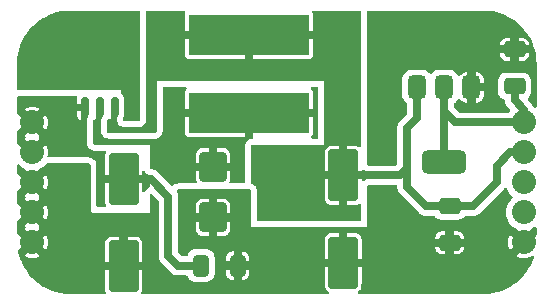
<source format=gtl>
%TF.GenerationSoftware,KiCad,Pcbnew,8.0.5*%
%TF.CreationDate,2024-09-22T23:27:43-04:00*%
%TF.ProjectId,myPowerBoardDesign,6d79506f-7765-4724-926f-617264446573,rev?*%
%TF.SameCoordinates,Original*%
%TF.FileFunction,Copper,L1,Top*%
%TF.FilePolarity,Positive*%
%FSLAX46Y46*%
G04 Gerber Fmt 4.6, Leading zero omitted, Abs format (unit mm)*
G04 Created by KiCad (PCBNEW 8.0.5) date 2024-09-22 23:27:43*
%MOMM*%
%LPD*%
G01*
G04 APERTURE LIST*
G04 Aperture macros list*
%AMRoundRect*
0 Rectangle with rounded corners*
0 $1 Rounding radius*
0 $2 $3 $4 $5 $6 $7 $8 $9 X,Y pos of 4 corners*
0 Add a 4 corners polygon primitive as box body*
4,1,4,$2,$3,$4,$5,$6,$7,$8,$9,$2,$3,0*
0 Add four circle primitives for the rounded corners*
1,1,$1+$1,$2,$3*
1,1,$1+$1,$4,$5*
1,1,$1+$1,$6,$7*
1,1,$1+$1,$8,$9*
0 Add four rect primitives between the rounded corners*
20,1,$1+$1,$2,$3,$4,$5,0*
20,1,$1+$1,$4,$5,$6,$7,0*
20,1,$1+$1,$6,$7,$8,$9,0*
20,1,$1+$1,$8,$9,$2,$3,0*%
G04 Aperture macros list end*
%TA.AperFunction,SMDPad,CuDef*%
%ADD10RoundRect,0.250000X-0.650000X0.412500X-0.650000X-0.412500X0.650000X-0.412500X0.650000X0.412500X0*%
%TD*%
%TA.AperFunction,SMDPad,CuDef*%
%ADD11RoundRect,0.250000X-1.000000X1.950000X-1.000000X-1.950000X1.000000X-1.950000X1.000000X1.950000X0*%
%TD*%
%TA.AperFunction,SMDPad,CuDef*%
%ADD12R,10.200000X3.500000*%
%TD*%
%TA.AperFunction,SMDPad,CuDef*%
%ADD13RoundRect,0.250000X-0.900000X1.000000X-0.900000X-1.000000X0.900000X-1.000000X0.900000X1.000000X0*%
%TD*%
%TA.AperFunction,SMDPad,CuDef*%
%ADD14RoundRect,0.250000X0.412500X0.650000X-0.412500X0.650000X-0.412500X-0.650000X0.412500X-0.650000X0*%
%TD*%
%TA.AperFunction,SMDPad,CuDef*%
%ADD15RoundRect,0.250000X0.650000X-0.412500X0.650000X0.412500X-0.650000X0.412500X-0.650000X-0.412500X0*%
%TD*%
%TA.AperFunction,ComponentPad*%
%ADD16C,2.032000*%
%TD*%
%TA.AperFunction,SMDPad,CuDef*%
%ADD17RoundRect,0.375000X-0.375000X0.625000X-0.375000X-0.625000X0.375000X-0.625000X0.375000X0.625000X0*%
%TD*%
%TA.AperFunction,SMDPad,CuDef*%
%ADD18RoundRect,0.500000X-1.400000X0.500000X-1.400000X-0.500000X1.400000X-0.500000X1.400000X0.500000X0*%
%TD*%
%TA.AperFunction,SMDPad,CuDef*%
%ADD19RoundRect,0.150000X0.150000X-0.675000X0.150000X0.675000X-0.150000X0.675000X-0.150000X-0.675000X0*%
%TD*%
%TA.AperFunction,ViaPad*%
%ADD20C,0.700000*%
%TD*%
%TA.AperFunction,Conductor*%
%ADD21C,0.635000*%
%TD*%
G04 APERTURE END LIST*
D10*
%TO.P,C5,1*%
%TO.N,GND*%
X89500000Y-37937500D03*
%TO.P,C5,2*%
%TO.N,+3V3*%
X89500000Y-41062500D03*
%TD*%
D11*
%TO.P,C1,1*%
%TO.N,VIN*%
X56400000Y-48900000D03*
%TO.P,C1,2*%
%TO.N,GND*%
X56400000Y-56300000D03*
%TD*%
D12*
%TO.P,L1,1,1*%
%TO.N,Net-(D1-K)*%
X67000000Y-43300000D03*
%TO.P,L1,2,2*%
%TO.N,+5V*%
X67000000Y-36700000D03*
%TD*%
D13*
%TO.P,D1,1,K*%
%TO.N,Net-(D1-K)*%
X63977500Y-47872500D03*
%TO.P,D1,2,A*%
%TO.N,GND*%
X63977500Y-52172500D03*
%TD*%
D14*
%TO.P,C2,1*%
%TO.N,GND*%
X66062500Y-56250000D03*
%TO.P,C2,2*%
%TO.N,VIN*%
X62937500Y-56250000D03*
%TD*%
D15*
%TO.P,C7,1*%
%TO.N,GND*%
X84000000Y-54312500D03*
%TO.P,C7,2*%
%TO.N,+5V*%
X84000000Y-51187500D03*
%TD*%
D16*
%TO.P,J1,1,VIN*%
%TO.N,VIN*%
X48670000Y-44110000D03*
%TO.P,J1,2,VIN*%
X48670000Y-46650000D03*
%TO.P,J1,3,GND*%
%TO.N,GND*%
X48670000Y-49190000D03*
%TO.P,J1,4,GND*%
X48670000Y-51730000D03*
%TO.P,J1,5,GND*%
X48670000Y-54270000D03*
%TO.P,J1,6,GND*%
X90285000Y-54270000D03*
%TO.P,J1,7,VOUT2*%
%TO.N,unconnected-(J1-VOUT2-Pad7)*%
X90285000Y-51730000D03*
%TO.P,J1,8,VOUT1*%
%TO.N,unconnected-(J1-VOUT1-Pad8)*%
X90285000Y-49190000D03*
%TO.P,J1,9,5V*%
%TO.N,+5V*%
X90285000Y-46650000D03*
%TO.P,J1,10,3V3*%
%TO.N,+3V3*%
X90285000Y-44110000D03*
%TD*%
D17*
%TO.P,U1,1,GND*%
%TO.N,GND*%
X85850000Y-41150000D03*
%TO.P,U1,2,VO*%
%TO.N,+3V3*%
X83550000Y-41150000D03*
D18*
X83550000Y-47450000D03*
D17*
%TO.P,U1,3,VI*%
%TO.N,+5V*%
X81250000Y-41150000D03*
%TD*%
D11*
%TO.P,C6,1*%
%TO.N,+5V*%
X75000000Y-48600000D03*
%TO.P,C6,2*%
%TO.N,GND*%
X75000000Y-56000000D03*
%TD*%
D19*
%TO.P,U2,1,VIN*%
%TO.N,VIN*%
X53095000Y-42825000D03*
%TO.P,U2,2,OUTPUT*%
%TO.N,Net-(D1-K)*%
X54365000Y-42825000D03*
%TO.P,U2,3,FB*%
%TO.N,+5V*%
X55635000Y-42825000D03*
%TO.P,U2,4,SD*%
%TO.N,GND*%
X56905000Y-42825000D03*
%TO.P,U2,5,GND*%
X56905000Y-37575000D03*
%TO.P,U2,6,GND*%
X55635000Y-37575000D03*
%TO.P,U2,7,GND*%
X54365000Y-37575000D03*
%TO.P,U2,8,GND*%
X53095000Y-37575000D03*
%TD*%
D20*
%TO.N,GND*%
X59000000Y-58200000D03*
X51200000Y-55600000D03*
X88200000Y-52800000D03*
X71000000Y-58200000D03*
X48200000Y-38200000D03*
X78000000Y-37800000D03*
X50800000Y-37000000D03*
X86600000Y-58000000D03*
X55800000Y-35600000D03*
X87200000Y-35400000D03*
X53400000Y-35600000D03*
X88200000Y-54600000D03*
X79200000Y-58000000D03*
X76800000Y-58000000D03*
X84400000Y-37800000D03*
X77800000Y-44600000D03*
X81600000Y-58000000D03*
X81600000Y-54200000D03*
X81600000Y-56400000D03*
X51200000Y-48800000D03*
X48200000Y-39400000D03*
X49200000Y-56600000D03*
X88400000Y-56400000D03*
X77800000Y-42400000D03*
X78000000Y-35400000D03*
X49600000Y-40800000D03*
X68400000Y-54000000D03*
X50800000Y-40800000D03*
X87200000Y-37800000D03*
X50800000Y-38200000D03*
X54400000Y-39400000D03*
X51200000Y-53400000D03*
X65600000Y-54400000D03*
X49600000Y-38200000D03*
X57000000Y-35600000D03*
X53400000Y-58000000D03*
X51200000Y-51200000D03*
X54600000Y-35600000D03*
X81400000Y-35400000D03*
X64600000Y-58200000D03*
X86600000Y-54600000D03*
X48200000Y-40800000D03*
X84400000Y-35400000D03*
X86600000Y-56400000D03*
X62400000Y-54400000D03*
X55800000Y-39400000D03*
X49600000Y-39400000D03*
X50800000Y-39400000D03*
X83800000Y-58000000D03*
X49600000Y-37000000D03*
X84000000Y-56400000D03*
X81400000Y-37800000D03*
X86600000Y-52800000D03*
X51200000Y-58000000D03*
X77800000Y-40200000D03*
X68400000Y-58200000D03*
X81600000Y-52600000D03*
X77800000Y-47000000D03*
%TD*%
D21*
%TO.N,VIN*%
X60200000Y-50400000D02*
X60200000Y-55450000D01*
X56400000Y-48900000D02*
X58700000Y-48900000D01*
X58700000Y-48900000D02*
X60200000Y-50400000D01*
X61000000Y-56250000D02*
X62937500Y-56250000D01*
X60200000Y-55450000D02*
X61000000Y-56250000D01*
%TO.N,+3V3*%
X90285000Y-44110000D02*
X84460000Y-44110000D01*
X83550000Y-43200000D02*
X83550000Y-47450000D01*
X90285000Y-43035000D02*
X89500000Y-42250000D01*
X83550000Y-41150000D02*
X83550000Y-43200000D01*
X84460000Y-44110000D02*
X83550000Y-43200000D01*
X90285000Y-44110000D02*
X90285000Y-43035000D01*
X89500000Y-42250000D02*
X89500000Y-41125000D01*
%TO.N,+5V*%
X89150000Y-46650000D02*
X90285000Y-46650000D01*
X80400000Y-48000000D02*
X80400000Y-44600000D01*
X80400000Y-44600000D02*
X81250000Y-43750000D01*
X88000000Y-49200000D02*
X88000000Y-47800000D01*
X84500000Y-51237500D02*
X85962500Y-51237500D01*
X84500000Y-51237500D02*
X82037500Y-51237500D01*
X80400000Y-48400000D02*
X80400000Y-48000000D01*
X82037500Y-51237500D02*
X80400000Y-49600000D01*
X81250000Y-43750000D02*
X81250000Y-41150000D01*
X88000000Y-47800000D02*
X89150000Y-46650000D01*
X85962500Y-51237500D02*
X88000000Y-49200000D01*
X80400000Y-49600000D02*
X80400000Y-48400000D01*
X75000000Y-48600000D02*
X79800000Y-48600000D01*
X79800000Y-48600000D02*
X80400000Y-48000000D01*
%TD*%
%TA.AperFunction,Conductor*%
%TO.N,GND*%
G36*
X53543039Y-47619685D02*
G01*
X53588794Y-47672489D01*
X53600000Y-47724000D01*
X53600000Y-51600000D01*
X53800000Y-51800000D01*
X58600000Y-51800000D01*
X58600000Y-50256189D01*
X58619685Y-50189150D01*
X58672489Y-50143395D01*
X58741647Y-50133451D01*
X58805203Y-50162476D01*
X58811681Y-50168508D01*
X59345681Y-50702508D01*
X59379166Y-50763831D01*
X59382000Y-50790189D01*
X59382000Y-55530570D01*
X59413433Y-55688595D01*
X59413436Y-55688605D01*
X59429985Y-55728557D01*
X59475097Y-55837468D01*
X59475098Y-55837471D01*
X59564617Y-55971444D01*
X59564620Y-55971448D01*
X60360277Y-56767103D01*
X60360287Y-56767114D01*
X60364617Y-56771444D01*
X60364618Y-56771445D01*
X60478555Y-56885382D01*
X60532216Y-56921236D01*
X60532218Y-56921238D01*
X60532219Y-56921238D01*
X60612532Y-56974903D01*
X60686963Y-57005732D01*
X60686964Y-57005733D01*
X60686965Y-57005733D01*
X60761398Y-57036565D01*
X60842993Y-57052795D01*
X60919429Y-57067999D01*
X60919433Y-57068000D01*
X60919434Y-57068000D01*
X61080566Y-57068000D01*
X61700498Y-57068000D01*
X61767537Y-57087685D01*
X61813292Y-57140489D01*
X61818202Y-57152993D01*
X61840186Y-57219334D01*
X61932288Y-57368656D01*
X62056344Y-57492712D01*
X62205666Y-57584814D01*
X62372203Y-57639999D01*
X62474991Y-57650500D01*
X63400008Y-57650499D01*
X63400016Y-57650498D01*
X63400019Y-57650498D01*
X63456302Y-57644748D01*
X63502797Y-57639999D01*
X63669334Y-57584814D01*
X63818656Y-57492712D01*
X63942712Y-57368656D01*
X64034814Y-57219334D01*
X64089999Y-57052797D01*
X64100500Y-56950009D01*
X64100500Y-56943053D01*
X65100000Y-56943053D01*
X65110613Y-57031443D01*
X65166079Y-57172095D01*
X65257435Y-57292564D01*
X65377904Y-57383920D01*
X65518556Y-57439386D01*
X65606946Y-57450000D01*
X65712500Y-57450000D01*
X66412500Y-57450000D01*
X66518054Y-57450000D01*
X66606443Y-57439386D01*
X66747095Y-57383920D01*
X66867564Y-57292564D01*
X66958920Y-57172095D01*
X67014386Y-57031443D01*
X67025000Y-56943053D01*
X67025000Y-56600000D01*
X66412500Y-56600000D01*
X66412500Y-57450000D01*
X65712500Y-57450000D01*
X65712500Y-56600000D01*
X65100000Y-56600000D01*
X65100000Y-56943053D01*
X64100500Y-56943053D01*
X64100499Y-55556946D01*
X65100000Y-55556946D01*
X65100000Y-55900000D01*
X65712500Y-55900000D01*
X66412500Y-55900000D01*
X67025000Y-55900000D01*
X67025000Y-55556946D01*
X67014386Y-55468556D01*
X66958920Y-55327904D01*
X66867564Y-55207435D01*
X66747095Y-55116079D01*
X66606443Y-55060613D01*
X66518054Y-55050000D01*
X66412500Y-55050000D01*
X66412500Y-55900000D01*
X65712500Y-55900000D01*
X65712500Y-55050000D01*
X65606946Y-55050000D01*
X65518556Y-55060613D01*
X65377904Y-55116079D01*
X65257435Y-55207435D01*
X65166079Y-55327904D01*
X65110613Y-55468556D01*
X65100000Y-55556946D01*
X64100499Y-55556946D01*
X64100499Y-55549992D01*
X64097728Y-55522870D01*
X64089999Y-55447203D01*
X64089998Y-55447200D01*
X64079011Y-55414044D01*
X64034814Y-55280666D01*
X63942712Y-55131344D01*
X63818656Y-55007288D01*
X63669334Y-54915186D01*
X63502797Y-54860001D01*
X63502795Y-54860000D01*
X63400010Y-54849500D01*
X62474998Y-54849500D01*
X62474980Y-54849501D01*
X62372203Y-54860000D01*
X62372200Y-54860001D01*
X62205668Y-54915185D01*
X62205663Y-54915187D01*
X62056342Y-55007289D01*
X61932289Y-55131342D01*
X61840187Y-55280663D01*
X61840185Y-55280668D01*
X61818204Y-55347004D01*
X61778431Y-55404449D01*
X61713915Y-55431272D01*
X61700498Y-55432000D01*
X61390188Y-55432000D01*
X61323149Y-55412315D01*
X61302507Y-55395681D01*
X61054319Y-55147492D01*
X61020834Y-55086169D01*
X61018000Y-55059811D01*
X61018000Y-54006946D01*
X73450000Y-54006946D01*
X73450000Y-55650000D01*
X74650000Y-55650000D01*
X75350000Y-55650000D01*
X76550000Y-55650000D01*
X76550000Y-54768053D01*
X82800000Y-54768053D01*
X82810613Y-54856443D01*
X82866079Y-54997095D01*
X82957435Y-55117564D01*
X83077904Y-55208920D01*
X83218556Y-55264386D01*
X83306946Y-55275000D01*
X83650000Y-55275000D01*
X84350000Y-55275000D01*
X84693054Y-55275000D01*
X84781443Y-55264386D01*
X84922095Y-55208920D01*
X85042564Y-55117564D01*
X85133920Y-54997095D01*
X85189386Y-54856443D01*
X85200000Y-54768053D01*
X85200000Y-54662500D01*
X84350000Y-54662500D01*
X84350000Y-55275000D01*
X83650000Y-55275000D01*
X83650000Y-54662500D01*
X82800000Y-54662500D01*
X82800000Y-54768053D01*
X76550000Y-54768053D01*
X76550000Y-54006946D01*
X76539386Y-53918556D01*
X76515090Y-53856946D01*
X82800000Y-53856946D01*
X82800000Y-53962500D01*
X83650000Y-53962500D01*
X84350000Y-53962500D01*
X85200000Y-53962500D01*
X85200000Y-53856946D01*
X85189386Y-53768556D01*
X85133920Y-53627904D01*
X85042564Y-53507435D01*
X84922095Y-53416079D01*
X84781443Y-53360613D01*
X84693054Y-53350000D01*
X84350000Y-53350000D01*
X84350000Y-53962500D01*
X83650000Y-53962500D01*
X83650000Y-53350000D01*
X83306946Y-53350000D01*
X83218556Y-53360613D01*
X83077904Y-53416079D01*
X82957435Y-53507435D01*
X82866079Y-53627904D01*
X82810613Y-53768556D01*
X82800000Y-53856946D01*
X76515090Y-53856946D01*
X76483920Y-53777904D01*
X76392564Y-53657435D01*
X76272095Y-53566079D01*
X76131443Y-53510613D01*
X76043054Y-53500000D01*
X75350000Y-53500000D01*
X75350000Y-55650000D01*
X74650000Y-55650000D01*
X74650000Y-53500000D01*
X73956946Y-53500000D01*
X73868556Y-53510613D01*
X73727904Y-53566079D01*
X73607435Y-53657435D01*
X73516079Y-53777904D01*
X73460613Y-53918556D01*
X73450000Y-54006946D01*
X61018000Y-54006946D01*
X61018000Y-53215553D01*
X62527500Y-53215553D01*
X62538113Y-53303943D01*
X62593579Y-53444595D01*
X62684935Y-53565064D01*
X62805404Y-53656420D01*
X62946056Y-53711886D01*
X63034446Y-53722500D01*
X63627500Y-53722500D01*
X64327500Y-53722500D01*
X64920554Y-53722500D01*
X65008943Y-53711886D01*
X65149595Y-53656420D01*
X65270064Y-53565064D01*
X65361420Y-53444595D01*
X65416886Y-53303943D01*
X65427500Y-53215553D01*
X65427500Y-52522500D01*
X64327500Y-52522500D01*
X64327500Y-53722500D01*
X63627500Y-53722500D01*
X63627500Y-52522500D01*
X62527500Y-52522500D01*
X62527500Y-53215553D01*
X61018000Y-53215553D01*
X61018000Y-51129446D01*
X62527500Y-51129446D01*
X62527500Y-51822500D01*
X63627500Y-51822500D01*
X64327500Y-51822500D01*
X65427500Y-51822500D01*
X65427500Y-51129446D01*
X65416886Y-51041056D01*
X65361420Y-50900404D01*
X65270064Y-50779935D01*
X65149595Y-50688579D01*
X65008943Y-50633113D01*
X64920554Y-50622500D01*
X64327500Y-50622500D01*
X64327500Y-51822500D01*
X63627500Y-51822500D01*
X63627500Y-50622500D01*
X63034446Y-50622500D01*
X62946056Y-50633113D01*
X62805404Y-50688579D01*
X62684935Y-50779935D01*
X62593579Y-50900404D01*
X62538113Y-51041056D01*
X62527500Y-51129446D01*
X61018000Y-51129446D01*
X61018000Y-50319433D01*
X61017999Y-50319429D01*
X61005420Y-50256189D01*
X60986565Y-50161398D01*
X60929860Y-50024501D01*
X60924902Y-50012531D01*
X60911779Y-49992891D01*
X60890901Y-49926213D01*
X60909386Y-49858833D01*
X60961365Y-49812143D01*
X61014881Y-49800000D01*
X67076000Y-49800000D01*
X67143039Y-49819685D01*
X67188794Y-49872489D01*
X67200000Y-49924000D01*
X67200000Y-53000000D01*
X77000000Y-53000000D01*
X77000000Y-49542000D01*
X77019685Y-49474961D01*
X77072489Y-49429206D01*
X77124000Y-49418000D01*
X79458000Y-49418000D01*
X79525039Y-49437685D01*
X79570794Y-49490489D01*
X79582000Y-49542000D01*
X79582000Y-49680570D01*
X79613433Y-49838594D01*
X79613436Y-49838606D01*
X79675093Y-49987461D01*
X79675100Y-49987474D01*
X79764617Y-50121444D01*
X79764620Y-50121448D01*
X81397777Y-51754603D01*
X81397787Y-51754614D01*
X81402117Y-51758944D01*
X81402118Y-51758945D01*
X81516055Y-51872882D01*
X81569717Y-51908736D01*
X81569719Y-51908739D01*
X81569719Y-51908738D01*
X81645520Y-51959388D01*
X81650032Y-51962403D01*
X81650036Y-51962405D01*
X81794828Y-52022379D01*
X81797389Y-52023547D01*
X81798895Y-52024063D01*
X81798896Y-52024064D01*
X81798898Y-52024065D01*
X81956931Y-52055499D01*
X81956933Y-52055500D01*
X81956934Y-52055500D01*
X81956935Y-52055500D01*
X82118066Y-52055500D01*
X82692769Y-52055500D01*
X82759808Y-52075185D01*
X82780450Y-52091818D01*
X82881344Y-52192712D01*
X83030666Y-52284814D01*
X83197203Y-52339999D01*
X83299991Y-52350500D01*
X84700008Y-52350499D01*
X84802797Y-52339999D01*
X84969334Y-52284814D01*
X85118656Y-52192712D01*
X85219550Y-52091818D01*
X85280873Y-52058334D01*
X85307231Y-52055500D01*
X86043067Y-52055500D01*
X86043068Y-52055499D01*
X86201102Y-52024065D01*
X86275535Y-51993233D01*
X86349968Y-51962403D01*
X86483945Y-51872882D01*
X88635382Y-49721445D01*
X88647430Y-49703412D01*
X88701039Y-49658608D01*
X88770363Y-49649898D01*
X88833392Y-49680050D01*
X88865094Y-49724849D01*
X88929608Y-49880600D01*
X88929610Y-49880604D01*
X88929611Y-49880605D01*
X89054332Y-50084132D01*
X89209357Y-50265643D01*
X89272337Y-50319433D01*
X89326520Y-50365710D01*
X89364713Y-50424217D01*
X89365211Y-50494085D01*
X89327857Y-50553131D01*
X89326520Y-50554290D01*
X89209357Y-50654357D01*
X89054332Y-50835867D01*
X88929608Y-51039399D01*
X88838261Y-51259931D01*
X88782538Y-51492036D01*
X88763811Y-51730000D01*
X88782538Y-51967963D01*
X88838261Y-52200068D01*
X88929608Y-52420600D01*
X88929610Y-52420604D01*
X88929611Y-52420605D01*
X89054332Y-52624132D01*
X89209357Y-52805643D01*
X89390868Y-52960668D01*
X89565795Y-53067863D01*
X89584379Y-53079251D01*
X89607271Y-53097298D01*
X90271975Y-53762000D01*
X90218120Y-53762000D01*
X90088919Y-53796619D01*
X89973080Y-53863498D01*
X89878498Y-53958080D01*
X89811619Y-54073919D01*
X89777000Y-54203120D01*
X89777000Y-54256974D01*
X89137316Y-53617290D01*
X89043643Y-53818175D01*
X89043639Y-53818186D01*
X88984042Y-54040604D01*
X88984041Y-54040611D01*
X88963973Y-54269997D01*
X88963973Y-54270002D01*
X88984041Y-54499388D01*
X88984042Y-54499395D01*
X89043639Y-54721813D01*
X89043643Y-54721824D01*
X89137316Y-54922708D01*
X89777000Y-54283024D01*
X89777000Y-54336880D01*
X89811619Y-54466081D01*
X89878498Y-54581920D01*
X89973080Y-54676502D01*
X90088919Y-54743381D01*
X90218120Y-54778000D01*
X90271973Y-54778000D01*
X89632291Y-55417681D01*
X89833178Y-55511357D01*
X90055604Y-55570957D01*
X90055611Y-55570958D01*
X90284998Y-55591027D01*
X90285002Y-55591027D01*
X90514388Y-55570958D01*
X90514395Y-55570957D01*
X90736813Y-55511360D01*
X90736824Y-55511356D01*
X90945510Y-55414044D01*
X90945514Y-55414042D01*
X90953384Y-55408532D01*
X91019590Y-55386204D01*
X91087358Y-55403213D01*
X91135171Y-55454161D01*
X91147850Y-55522870D01*
X91142770Y-55547391D01*
X91135340Y-55570958D01*
X91099775Y-55683756D01*
X91096075Y-55693921D01*
X90950002Y-56046572D01*
X90945430Y-56056376D01*
X90769183Y-56394942D01*
X90763775Y-56404310D01*
X90558681Y-56726244D01*
X90552476Y-56735105D01*
X90320110Y-57037930D01*
X90313156Y-57046217D01*
X90055284Y-57327635D01*
X90047635Y-57335284D01*
X89766217Y-57593156D01*
X89757930Y-57600110D01*
X89455105Y-57832476D01*
X89446244Y-57838681D01*
X89124310Y-58043775D01*
X89114942Y-58049183D01*
X88776376Y-58225430D01*
X88766572Y-58230002D01*
X88413921Y-58376075D01*
X88403755Y-58379775D01*
X88039721Y-58494554D01*
X88029272Y-58497354D01*
X87656610Y-58579971D01*
X87645957Y-58581849D01*
X87267526Y-58631671D01*
X87256750Y-58632614D01*
X86872703Y-58649382D01*
X86867294Y-58649500D01*
X76356548Y-58649500D01*
X76289509Y-58629815D01*
X76243754Y-58577011D01*
X76233810Y-58507853D01*
X76262835Y-58444297D01*
X76281622Y-58426696D01*
X76392564Y-58342564D01*
X76483920Y-58222095D01*
X76539386Y-58081443D01*
X76550000Y-57993053D01*
X76550000Y-56350000D01*
X73450000Y-56350000D01*
X73450000Y-57993053D01*
X73460613Y-58081443D01*
X73516079Y-58222095D01*
X73607435Y-58342564D01*
X73718378Y-58426696D01*
X73759901Y-58482889D01*
X73764452Y-58552610D01*
X73730587Y-58613724D01*
X73669057Y-58646828D01*
X73643452Y-58649500D01*
X58015872Y-58649500D01*
X57948833Y-58629815D01*
X57903078Y-58577011D01*
X57893134Y-58507853D01*
X57900517Y-58480011D01*
X57939385Y-58381444D01*
X57950000Y-58293053D01*
X57950000Y-56650000D01*
X54850000Y-56650000D01*
X54850000Y-58293053D01*
X54860614Y-58381444D01*
X54899483Y-58480011D01*
X54905764Y-58549597D01*
X54873427Y-58611533D01*
X54812738Y-58646154D01*
X54784128Y-58649500D01*
X51872706Y-58649500D01*
X51867297Y-58649382D01*
X51483249Y-58632614D01*
X51472473Y-58631671D01*
X51094042Y-58581849D01*
X51083389Y-58579971D01*
X50710727Y-58497354D01*
X50700278Y-58494554D01*
X50336244Y-58379775D01*
X50326078Y-58376075D01*
X49973427Y-58230002D01*
X49963623Y-58225430D01*
X49625057Y-58049183D01*
X49615689Y-58043775D01*
X49293755Y-57838681D01*
X49284894Y-57832476D01*
X48982069Y-57600110D01*
X48973782Y-57593156D01*
X48692364Y-57335284D01*
X48684715Y-57327635D01*
X48426843Y-57046217D01*
X48419889Y-57037930D01*
X48187523Y-56735105D01*
X48181318Y-56726244D01*
X47976224Y-56404310D01*
X47970816Y-56394942D01*
X47794569Y-56056376D01*
X47789997Y-56046572D01*
X47758880Y-55971448D01*
X47643920Y-55693911D01*
X47640227Y-55683765D01*
X47525442Y-55319710D01*
X47522648Y-55309284D01*
X47467519Y-55060613D01*
X47467162Y-55059001D01*
X47471870Y-54989290D01*
X47500542Y-54944482D01*
X48162000Y-54283024D01*
X48162000Y-54336880D01*
X48196619Y-54466081D01*
X48263498Y-54581920D01*
X48358080Y-54676502D01*
X48473919Y-54743381D01*
X48603120Y-54778000D01*
X48656974Y-54778000D01*
X48017291Y-55417681D01*
X48218178Y-55511357D01*
X48440604Y-55570957D01*
X48440611Y-55570958D01*
X48669998Y-55591027D01*
X48670002Y-55591027D01*
X48899388Y-55570958D01*
X48899395Y-55570957D01*
X49121821Y-55511357D01*
X49322708Y-55417681D01*
X48683027Y-54778000D01*
X48736880Y-54778000D01*
X48866081Y-54743381D01*
X48981920Y-54676502D01*
X49076502Y-54581920D01*
X49143381Y-54466081D01*
X49178000Y-54336880D01*
X49178000Y-54283026D01*
X49817681Y-54922707D01*
X49911357Y-54721821D01*
X49970957Y-54499395D01*
X49970958Y-54499388D01*
X49987795Y-54306946D01*
X54850000Y-54306946D01*
X54850000Y-55950000D01*
X56050000Y-55950000D01*
X56750000Y-55950000D01*
X57950000Y-55950000D01*
X57950000Y-54306946D01*
X57939386Y-54218556D01*
X57883920Y-54077904D01*
X57792564Y-53957435D01*
X57672095Y-53866079D01*
X57531443Y-53810613D01*
X57443054Y-53800000D01*
X56750000Y-53800000D01*
X56750000Y-55950000D01*
X56050000Y-55950000D01*
X56050000Y-53800000D01*
X55356946Y-53800000D01*
X55268556Y-53810613D01*
X55127904Y-53866079D01*
X55007435Y-53957435D01*
X54916079Y-54077904D01*
X54860613Y-54218556D01*
X54850000Y-54306946D01*
X49987795Y-54306946D01*
X49991027Y-54270002D01*
X49991027Y-54269997D01*
X49970958Y-54040611D01*
X49970957Y-54040604D01*
X49911357Y-53818178D01*
X49817681Y-53617291D01*
X49178000Y-54256972D01*
X49178000Y-54203120D01*
X49143381Y-54073919D01*
X49076502Y-53958080D01*
X48981920Y-53863498D01*
X48866081Y-53796619D01*
X48736880Y-53762000D01*
X48683026Y-53762000D01*
X49322708Y-53122316D01*
X49301401Y-53112381D01*
X49248962Y-53066208D01*
X49229810Y-52999015D01*
X49250026Y-52932134D01*
X49301402Y-52887617D01*
X49322708Y-52877681D01*
X48683027Y-52238000D01*
X48736880Y-52238000D01*
X48866081Y-52203381D01*
X48981920Y-52136502D01*
X49076502Y-52041920D01*
X49143381Y-51926081D01*
X49178000Y-51796880D01*
X49178000Y-51743026D01*
X49817681Y-52382707D01*
X49911357Y-52181821D01*
X49970957Y-51959395D01*
X49970958Y-51959388D01*
X49991027Y-51730002D01*
X49991027Y-51729997D01*
X49970958Y-51500611D01*
X49970957Y-51500604D01*
X49911357Y-51278178D01*
X49817681Y-51077291D01*
X49178000Y-51716972D01*
X49178000Y-51663120D01*
X49143381Y-51533919D01*
X49076502Y-51418080D01*
X48981920Y-51323498D01*
X48866081Y-51256619D01*
X48736880Y-51222000D01*
X48683026Y-51222000D01*
X49322708Y-50582316D01*
X49301401Y-50572381D01*
X49248962Y-50526208D01*
X49229810Y-50459015D01*
X49250026Y-50392134D01*
X49301402Y-50347617D01*
X49322708Y-50337681D01*
X48683027Y-49698000D01*
X48736880Y-49698000D01*
X48866081Y-49663381D01*
X48981920Y-49596502D01*
X49076502Y-49501920D01*
X49143381Y-49386081D01*
X49178000Y-49256880D01*
X49178000Y-49203026D01*
X49817681Y-49842707D01*
X49911357Y-49641821D01*
X49970957Y-49419395D01*
X49970958Y-49419388D01*
X49991027Y-49190002D01*
X49991027Y-49189997D01*
X49970958Y-48960611D01*
X49970957Y-48960604D01*
X49911357Y-48738178D01*
X49817681Y-48537291D01*
X49178000Y-49176972D01*
X49178000Y-49123120D01*
X49143381Y-48993919D01*
X49076502Y-48878080D01*
X48981920Y-48783498D01*
X48866081Y-48716619D01*
X48736880Y-48682000D01*
X48683026Y-48682000D01*
X49347727Y-48017298D01*
X49370610Y-47999257D01*
X49564132Y-47880668D01*
X49745643Y-47725643D01*
X49815827Y-47643467D01*
X49874332Y-47605275D01*
X49910116Y-47600000D01*
X53476000Y-47600000D01*
X53543039Y-47619685D01*
G37*
%TD.AperFunction*%
%TA.AperFunction,Conductor*%
G36*
X48162000Y-51796880D02*
G01*
X48196619Y-51926081D01*
X48263498Y-52041920D01*
X48358080Y-52136502D01*
X48473919Y-52203381D01*
X48603120Y-52238000D01*
X48656974Y-52238000D01*
X48017291Y-52877682D01*
X48038597Y-52887617D01*
X48091037Y-52933789D01*
X48110189Y-53000982D01*
X48089974Y-53067863D01*
X48038598Y-53112381D01*
X48017290Y-53122316D01*
X48656975Y-53762000D01*
X48603120Y-53762000D01*
X48473919Y-53796619D01*
X48358080Y-53863498D01*
X48263498Y-53958080D01*
X48196619Y-54073919D01*
X48162000Y-54203120D01*
X48162000Y-54256974D01*
X47522316Y-53617290D01*
X47516032Y-53618399D01*
X47446593Y-53610655D01*
X47392364Y-53566598D01*
X47370562Y-53500217D01*
X47370500Y-53496283D01*
X47370500Y-52503715D01*
X47390185Y-52436676D01*
X47442989Y-52390921D01*
X47512147Y-52380977D01*
X47516034Y-52381599D01*
X47522317Y-52382707D01*
X48162000Y-51743024D01*
X48162000Y-51796880D01*
G37*
%TD.AperFunction*%
%TA.AperFunction,Conductor*%
G36*
X91314759Y-52962573D02*
G01*
X91359372Y-53016345D01*
X91369500Y-53065428D01*
X91369500Y-53629111D01*
X91349815Y-53696150D01*
X91333181Y-53716792D01*
X90793000Y-54256971D01*
X90793000Y-54203120D01*
X90758381Y-54073919D01*
X90691502Y-53958080D01*
X90596920Y-53863498D01*
X90481081Y-53796619D01*
X90351880Y-53762000D01*
X90298026Y-53762000D01*
X90962727Y-53097298D01*
X90985610Y-53079257D01*
X91179132Y-52960668D01*
X91179133Y-52960666D01*
X91180711Y-52959700D01*
X91248157Y-52941456D01*
X91314759Y-52962573D01*
G37*
%TD.AperFunction*%
%TA.AperFunction,Conductor*%
G36*
X48162000Y-49256880D02*
G01*
X48196619Y-49386081D01*
X48263498Y-49501920D01*
X48358080Y-49596502D01*
X48473919Y-49663381D01*
X48603120Y-49698000D01*
X48656974Y-49698000D01*
X48017291Y-50337682D01*
X48038597Y-50347617D01*
X48091037Y-50393789D01*
X48110189Y-50460982D01*
X48089974Y-50527863D01*
X48038598Y-50572381D01*
X48017290Y-50582316D01*
X48656975Y-51222000D01*
X48603120Y-51222000D01*
X48473919Y-51256619D01*
X48358080Y-51323498D01*
X48263498Y-51418080D01*
X48196619Y-51533919D01*
X48162000Y-51663120D01*
X48162000Y-51716974D01*
X47522316Y-51077290D01*
X47516032Y-51078399D01*
X47446593Y-51070655D01*
X47392364Y-51026598D01*
X47370562Y-50960217D01*
X47370500Y-50956283D01*
X47370500Y-49963715D01*
X47390185Y-49896676D01*
X47442989Y-49850921D01*
X47512147Y-49840977D01*
X47516034Y-49841599D01*
X47522317Y-49842707D01*
X48162000Y-49203024D01*
X48162000Y-49256880D01*
G37*
%TD.AperFunction*%
%TA.AperFunction,Conductor*%
G36*
X47575703Y-47705943D02*
G01*
X47588784Y-47719118D01*
X47594357Y-47725643D01*
X47775868Y-47880668D01*
X47895681Y-47954089D01*
X47969379Y-47999251D01*
X47992271Y-48017298D01*
X48656975Y-48682000D01*
X48603120Y-48682000D01*
X48473919Y-48716619D01*
X48358080Y-48783498D01*
X48263498Y-48878080D01*
X48196619Y-48993919D01*
X48162000Y-49123120D01*
X48162000Y-49176974D01*
X47522316Y-48537290D01*
X47516032Y-48538399D01*
X47446593Y-48530655D01*
X47392364Y-48486598D01*
X47370562Y-48420217D01*
X47370500Y-48416283D01*
X47370500Y-47799656D01*
X47390185Y-47732617D01*
X47442989Y-47686862D01*
X47512147Y-47676918D01*
X47575703Y-47705943D01*
G37*
%TD.AperFunction*%
%TA.AperFunction,Conductor*%
G36*
X86872702Y-34650617D02*
G01*
X87256771Y-34667386D01*
X87267506Y-34668326D01*
X87645971Y-34718152D01*
X87656597Y-34720025D01*
X88029284Y-34802648D01*
X88039710Y-34805442D01*
X88403765Y-34920227D01*
X88413911Y-34923920D01*
X88766578Y-35070000D01*
X88776369Y-35074566D01*
X89114942Y-35250816D01*
X89124310Y-35256224D01*
X89446244Y-35461318D01*
X89455105Y-35467523D01*
X89757930Y-35699889D01*
X89766217Y-35706843D01*
X90047635Y-35964715D01*
X90055284Y-35972364D01*
X90313156Y-36253782D01*
X90320110Y-36262069D01*
X90552476Y-36564894D01*
X90558681Y-36573755D01*
X90763775Y-36895689D01*
X90769183Y-36905057D01*
X90945430Y-37243623D01*
X90950002Y-37253427D01*
X91096075Y-37606078D01*
X91099775Y-37616244D01*
X91214554Y-37980278D01*
X91217354Y-37990727D01*
X91299971Y-38363389D01*
X91301849Y-38374042D01*
X91351671Y-38752473D01*
X91352614Y-38763249D01*
X91369382Y-39147297D01*
X91369500Y-39152706D01*
X91369500Y-42774571D01*
X91349815Y-42841610D01*
X91297011Y-42887365D01*
X91227853Y-42897309D01*
X91180710Y-42880298D01*
X91115364Y-42840254D01*
X91068489Y-42788443D01*
X91065594Y-42781981D01*
X91054257Y-42754612D01*
X91054256Y-42754610D01*
X91009905Y-42647536D01*
X91009904Y-42647535D01*
X91009903Y-42647532D01*
X90954501Y-42564618D01*
X90920382Y-42513555D01*
X90920380Y-42513553D01*
X90920378Y-42513550D01*
X90802126Y-42395298D01*
X90802103Y-42395277D01*
X90634278Y-42227452D01*
X90600793Y-42166129D01*
X90605777Y-42096437D01*
X90634278Y-42052090D01*
X90638937Y-42047431D01*
X90742712Y-41943656D01*
X90834814Y-41794334D01*
X90889999Y-41627797D01*
X90900500Y-41525009D01*
X90900499Y-40599992D01*
X90889999Y-40497203D01*
X90834814Y-40330666D01*
X90742712Y-40181344D01*
X90618656Y-40057288D01*
X90509154Y-39989747D01*
X90469336Y-39965187D01*
X90469331Y-39965185D01*
X90467862Y-39964698D01*
X90302797Y-39910001D01*
X90302795Y-39910000D01*
X90200010Y-39899500D01*
X88799998Y-39899500D01*
X88799981Y-39899501D01*
X88697203Y-39910000D01*
X88697200Y-39910001D01*
X88530668Y-39965185D01*
X88530663Y-39965187D01*
X88381342Y-40057289D01*
X88257289Y-40181342D01*
X88165187Y-40330663D01*
X88165186Y-40330666D01*
X88110001Y-40497203D01*
X88110001Y-40497204D01*
X88110000Y-40497204D01*
X88099500Y-40599983D01*
X88099500Y-41525001D01*
X88099501Y-41525019D01*
X88110000Y-41627796D01*
X88110001Y-41627799D01*
X88138915Y-41715054D01*
X88165186Y-41794334D01*
X88257288Y-41943656D01*
X88381344Y-42067712D01*
X88530666Y-42159814D01*
X88597005Y-42181796D01*
X88654448Y-42221567D01*
X88681272Y-42286082D01*
X88682000Y-42299501D01*
X88682000Y-42330570D01*
X88713433Y-42488594D01*
X88713436Y-42488606D01*
X88775093Y-42637461D01*
X88775100Y-42637474D01*
X88864617Y-42771444D01*
X88864620Y-42771448D01*
X89090611Y-42997438D01*
X89124096Y-43058761D01*
X89119112Y-43128452D01*
X89097221Y-43165650D01*
X89054332Y-43215866D01*
X89054329Y-43215871D01*
X89043963Y-43232788D01*
X88992152Y-43279664D01*
X88938235Y-43292000D01*
X84850189Y-43292000D01*
X84783150Y-43272315D01*
X84762508Y-43255681D01*
X84404319Y-42897492D01*
X84370834Y-42836169D01*
X84368000Y-42809811D01*
X84368000Y-42601606D01*
X84387685Y-42534567D01*
X84414313Y-42504959D01*
X84482686Y-42449999D01*
X84547722Y-42397722D01*
X84667030Y-42249296D01*
X84704553Y-42173635D01*
X84751972Y-42122326D01*
X84819607Y-42104796D01*
X84885982Y-42126616D01*
X84921757Y-42164583D01*
X84939746Y-42194341D01*
X85055657Y-42310252D01*
X85055662Y-42310256D01*
X85195934Y-42395052D01*
X85352437Y-42443820D01*
X85420444Y-42449999D01*
X86200000Y-42449999D01*
X86279565Y-42449999D01*
X86347561Y-42443821D01*
X86347572Y-42443818D01*
X86504060Y-42395055D01*
X86504064Y-42395053D01*
X86644337Y-42310256D01*
X86644342Y-42310252D01*
X86760252Y-42194342D01*
X86760256Y-42194337D01*
X86845052Y-42054065D01*
X86893820Y-41897562D01*
X86900000Y-41829556D01*
X86900000Y-41500000D01*
X86200000Y-41500000D01*
X86200000Y-42449999D01*
X85420444Y-42449999D01*
X85499999Y-42449998D01*
X85500000Y-42449998D01*
X85500000Y-40800000D01*
X86200000Y-40800000D01*
X86899999Y-40800000D01*
X86899999Y-40470433D01*
X86893821Y-40402438D01*
X86893818Y-40402427D01*
X86845055Y-40245939D01*
X86845053Y-40245935D01*
X86760256Y-40105662D01*
X86760252Y-40105657D01*
X86644342Y-39989747D01*
X86644337Y-39989743D01*
X86504065Y-39904947D01*
X86347562Y-39856179D01*
X86279556Y-39850000D01*
X86200000Y-39850000D01*
X86200000Y-40800000D01*
X85500000Y-40800000D01*
X85500000Y-39850000D01*
X85499999Y-39849999D01*
X85420432Y-39850000D01*
X85352438Y-39856178D01*
X85352427Y-39856181D01*
X85195939Y-39904944D01*
X85195935Y-39904946D01*
X85055662Y-39989743D01*
X85055657Y-39989747D01*
X84939747Y-40105657D01*
X84939744Y-40105661D01*
X84921756Y-40135417D01*
X84870228Y-40182604D01*
X84801368Y-40194442D01*
X84737040Y-40167172D01*
X84704552Y-40126360D01*
X84667032Y-40050707D01*
X84667030Y-40050704D01*
X84547722Y-39902278D01*
X84547721Y-39902277D01*
X84399295Y-39782969D01*
X84399292Y-39782967D01*
X84228697Y-39698360D01*
X84043892Y-39652400D01*
X84022506Y-39650950D01*
X84001123Y-39649500D01*
X84001120Y-39649500D01*
X83098877Y-39649500D01*
X83098874Y-39649501D01*
X83056113Y-39652399D01*
X83056112Y-39652399D01*
X82871303Y-39698360D01*
X82700707Y-39782967D01*
X82700704Y-39782969D01*
X82552278Y-39902277D01*
X82552277Y-39902278D01*
X82496647Y-39971486D01*
X82439304Y-40011405D01*
X82369482Y-40013985D01*
X82309349Y-39978406D01*
X82303353Y-39971486D01*
X82247722Y-39902278D01*
X82247721Y-39902277D01*
X82099295Y-39782969D01*
X82099292Y-39782967D01*
X81928697Y-39698360D01*
X81743892Y-39652400D01*
X81722506Y-39650950D01*
X81701123Y-39649500D01*
X81701120Y-39649500D01*
X80798877Y-39649500D01*
X80798874Y-39649501D01*
X80756113Y-39652399D01*
X80756112Y-39652399D01*
X80571303Y-39698360D01*
X80400707Y-39782967D01*
X80400704Y-39782969D01*
X80252278Y-39902277D01*
X80252277Y-39902278D01*
X80132969Y-40050704D01*
X80132967Y-40050707D01*
X80048360Y-40221302D01*
X80002400Y-40406107D01*
X79999500Y-40448879D01*
X79999500Y-41851122D01*
X79999501Y-41851125D01*
X80002399Y-41893886D01*
X80002399Y-41893887D01*
X80014777Y-41943657D01*
X80040584Y-42047431D01*
X80048360Y-42078696D01*
X80132967Y-42249292D01*
X80132969Y-42249295D01*
X80252277Y-42397721D01*
X80252278Y-42397722D01*
X80385687Y-42504959D01*
X80425606Y-42562302D01*
X80432000Y-42601606D01*
X80432000Y-43359810D01*
X80412315Y-43426849D01*
X80395681Y-43447491D01*
X79764620Y-44078551D01*
X79764617Y-44078555D01*
X79675098Y-44212528D01*
X79675097Y-44212531D01*
X79650695Y-44271444D01*
X79650695Y-44271445D01*
X79613435Y-44361397D01*
X79613433Y-44361405D01*
X79582000Y-44519429D01*
X79582000Y-47609811D01*
X79562315Y-47676850D01*
X79545681Y-47697492D01*
X79497492Y-47745681D01*
X79436169Y-47779166D01*
X79409811Y-47782000D01*
X77124000Y-47782000D01*
X77056961Y-47762315D01*
X77011206Y-47709511D01*
X77000000Y-47658000D01*
X77000000Y-38393053D01*
X88300000Y-38393053D01*
X88310613Y-38481443D01*
X88366079Y-38622095D01*
X88457435Y-38742564D01*
X88577904Y-38833920D01*
X88718556Y-38889386D01*
X88806946Y-38900000D01*
X89150000Y-38900000D01*
X89850000Y-38900000D01*
X90193054Y-38900000D01*
X90281443Y-38889386D01*
X90422095Y-38833920D01*
X90542564Y-38742564D01*
X90633920Y-38622095D01*
X90689386Y-38481443D01*
X90700000Y-38393053D01*
X90700000Y-38287500D01*
X89850000Y-38287500D01*
X89850000Y-38900000D01*
X89150000Y-38900000D01*
X89150000Y-38287500D01*
X88300000Y-38287500D01*
X88300000Y-38393053D01*
X77000000Y-38393053D01*
X77000000Y-37481946D01*
X88300000Y-37481946D01*
X88300000Y-37587500D01*
X89150000Y-37587500D01*
X89850000Y-37587500D01*
X90700000Y-37587500D01*
X90700000Y-37481946D01*
X90689386Y-37393556D01*
X90633920Y-37252904D01*
X90542564Y-37132435D01*
X90422095Y-37041079D01*
X90281443Y-36985613D01*
X90193054Y-36975000D01*
X89850000Y-36975000D01*
X89850000Y-37587500D01*
X89150000Y-37587500D01*
X89150000Y-36975000D01*
X88806946Y-36975000D01*
X88718556Y-36985613D01*
X88577904Y-37041079D01*
X88457435Y-37132435D01*
X88366079Y-37252904D01*
X88310613Y-37393556D01*
X88300000Y-37481946D01*
X77000000Y-37481946D01*
X77000000Y-34774500D01*
X77019685Y-34707461D01*
X77072489Y-34661706D01*
X77124000Y-34650500D01*
X86804108Y-34650500D01*
X86867294Y-34650500D01*
X86872702Y-34650617D01*
G37*
%TD.AperFunction*%
%TD*%
%TA.AperFunction,Conductor*%
%TO.N,Net-(D1-K)*%
G36*
X61687912Y-41125185D02*
G01*
X61733667Y-41177989D01*
X61743611Y-41247147D01*
X61714586Y-41310703D01*
X61708554Y-41317181D01*
X61648214Y-41377520D01*
X61648211Y-41377525D01*
X61602910Y-41480122D01*
X61602910Y-41480124D01*
X61600000Y-41505205D01*
X61600000Y-42950000D01*
X72399999Y-42950000D01*
X72399999Y-41505214D01*
X72399997Y-41505191D01*
X72397091Y-41480130D01*
X72397090Y-41480126D01*
X72351788Y-41377525D01*
X72351785Y-41377520D01*
X72291446Y-41317181D01*
X72257961Y-41255858D01*
X72262945Y-41186166D01*
X72304817Y-41130233D01*
X72370281Y-41105816D01*
X72379127Y-41105500D01*
X72770500Y-41105500D01*
X72837539Y-41125185D01*
X72883294Y-41177989D01*
X72894500Y-41229500D01*
X72894500Y-45370500D01*
X72874815Y-45437539D01*
X72822011Y-45483294D01*
X72770500Y-45494500D01*
X72379127Y-45494500D01*
X72312088Y-45474815D01*
X72266333Y-45422011D01*
X72256389Y-45352853D01*
X72285414Y-45289297D01*
X72291446Y-45282819D01*
X72351785Y-45222479D01*
X72351788Y-45222474D01*
X72397089Y-45119877D01*
X72397089Y-45119875D01*
X72399999Y-45094794D01*
X72400000Y-45094791D01*
X72400000Y-43650000D01*
X67350000Y-43650000D01*
X67350000Y-45380322D01*
X67330315Y-45447361D01*
X67277511Y-45493116D01*
X67239256Y-45503611D01*
X67216548Y-45506052D01*
X67216537Y-45506054D01*
X67165027Y-45517260D01*
X67062502Y-45551383D01*
X67062496Y-45551386D01*
X66941462Y-45629171D01*
X66941451Y-45629179D01*
X66888659Y-45674923D01*
X66794433Y-45783664D01*
X66794430Y-45783668D01*
X66734664Y-45914534D01*
X66714976Y-45981582D01*
X66694500Y-46124001D01*
X66694500Y-49170500D01*
X66674815Y-49237539D01*
X66622011Y-49283294D01*
X66570500Y-49294500D01*
X65484499Y-49294500D01*
X65417460Y-49274815D01*
X65371705Y-49222011D01*
X65361761Y-49152853D01*
X65369144Y-49125010D01*
X65416886Y-49003943D01*
X65427500Y-48915553D01*
X65427500Y-48222500D01*
X62527500Y-48222500D01*
X62527500Y-48915553D01*
X62538113Y-49003943D01*
X62585856Y-49125010D01*
X62592137Y-49194597D01*
X62559800Y-49256533D01*
X62499111Y-49291154D01*
X62470501Y-49294500D01*
X61014878Y-49294500D01*
X60903023Y-49307030D01*
X60903019Y-49307031D01*
X60849512Y-49319172D01*
X60743200Y-49356145D01*
X60623567Y-49436080D01*
X60589489Y-49466690D01*
X60526461Y-49496843D01*
X60457136Y-49488134D01*
X60418948Y-49462120D01*
X59221448Y-48264620D01*
X59221444Y-48264617D01*
X59087471Y-48175098D01*
X59087468Y-48175097D01*
X58996798Y-48137541D01*
X58938602Y-48113435D01*
X58938594Y-48113433D01*
X58780570Y-48082000D01*
X58780566Y-48082000D01*
X58724000Y-48082000D01*
X58656961Y-48062315D01*
X58611206Y-48009511D01*
X58600000Y-47958000D01*
X58600000Y-46829446D01*
X62527500Y-46829446D01*
X62527500Y-47522500D01*
X63627500Y-47522500D01*
X64327500Y-47522500D01*
X65427500Y-47522500D01*
X65427500Y-46829446D01*
X65416886Y-46741056D01*
X65361420Y-46600404D01*
X65270064Y-46479935D01*
X65149595Y-46388579D01*
X65008943Y-46333113D01*
X64920554Y-46322500D01*
X64327500Y-46322500D01*
X64327500Y-47522500D01*
X63627500Y-47522500D01*
X63627500Y-46322500D01*
X63034446Y-46322500D01*
X62946056Y-46333113D01*
X62805404Y-46388579D01*
X62684935Y-46479935D01*
X62593579Y-46600404D01*
X62538113Y-46741056D01*
X62527500Y-46829446D01*
X58600000Y-46829446D01*
X58600000Y-46000000D01*
X53924000Y-46000000D01*
X53856961Y-45980315D01*
X53811206Y-45927511D01*
X53800000Y-45876000D01*
X53800000Y-43998632D01*
X53819685Y-43931593D01*
X53872489Y-43885838D01*
X53941647Y-43875894D01*
X53997635Y-43898863D01*
X54002354Y-43902346D01*
X54002356Y-43902347D01*
X54064999Y-43924266D01*
X54065000Y-43924266D01*
X54065000Y-42649000D01*
X54084685Y-42581961D01*
X54137489Y-42536206D01*
X54189000Y-42525000D01*
X54541000Y-42525000D01*
X54608039Y-42544685D01*
X54653794Y-42597489D01*
X54665000Y-42649000D01*
X54665000Y-43509642D01*
X54645315Y-43576681D01*
X54636118Y-43588810D01*
X54636145Y-43588831D01*
X54634252Y-43591270D01*
X54633703Y-43591996D01*
X54633604Y-43592107D01*
X54628837Y-43598253D01*
X54627553Y-43600038D01*
X54627516Y-43600011D01*
X54627026Y-43600699D01*
X54627063Y-43600726D01*
X54626098Y-43602063D01*
X54626094Y-43602069D01*
X54622083Y-43607631D01*
X54594434Y-43645969D01*
X54534663Y-43776845D01*
X54514976Y-43843890D01*
X54503420Y-43924266D01*
X54494500Y-43986308D01*
X54494500Y-44876000D01*
X54494501Y-44876009D01*
X54506052Y-44983450D01*
X54506054Y-44983462D01*
X54517260Y-45034972D01*
X54551383Y-45137497D01*
X54551386Y-45137503D01*
X54629171Y-45258537D01*
X54629179Y-45258548D01*
X54674923Y-45311340D01*
X54674926Y-45311343D01*
X54674930Y-45311347D01*
X54783664Y-45405567D01*
X54783667Y-45405568D01*
X54783668Y-45405569D01*
X54877925Y-45448616D01*
X54914541Y-45465338D01*
X54981580Y-45485023D01*
X54981584Y-45485024D01*
X55124000Y-45505500D01*
X55124003Y-45505500D01*
X59075990Y-45505500D01*
X59076000Y-45505500D01*
X59183456Y-45493947D01*
X59234967Y-45482741D01*
X59269197Y-45471347D01*
X59337497Y-45448616D01*
X59337501Y-45448613D01*
X59337504Y-45448613D01*
X59458543Y-45370825D01*
X59511347Y-45325070D01*
X59605567Y-45216336D01*
X59661079Y-45094785D01*
X61600001Y-45094785D01*
X61600002Y-45094808D01*
X61602908Y-45119869D01*
X61602909Y-45119873D01*
X61648211Y-45222474D01*
X61648214Y-45222479D01*
X61727520Y-45301785D01*
X61727525Y-45301788D01*
X61830123Y-45347089D01*
X61855206Y-45349999D01*
X66649999Y-45349999D01*
X66650000Y-45349998D01*
X66650000Y-43650000D01*
X61600001Y-43650000D01*
X61600001Y-45094785D01*
X59661079Y-45094785D01*
X59665338Y-45085459D01*
X59685023Y-45018420D01*
X59685024Y-45018416D01*
X59705500Y-44876000D01*
X59705500Y-41229500D01*
X59725185Y-41162461D01*
X59777989Y-41116706D01*
X59829500Y-41105500D01*
X61620873Y-41105500D01*
X61687912Y-41125185D01*
G37*
%TD.AperFunction*%
%TD*%
%TA.AperFunction,Conductor*%
%TO.N,GND*%
G36*
X57743039Y-34670185D02*
G01*
X57788794Y-34722989D01*
X57800000Y-34774500D01*
X57800000Y-43876000D01*
X57780315Y-43943039D01*
X57727511Y-43988794D01*
X57676000Y-44000000D01*
X56462439Y-44000000D01*
X56395400Y-43980315D01*
X56349645Y-43927511D01*
X56339701Y-43858353D01*
X56355707Y-43812879D01*
X56356888Y-43810880D01*
X56386744Y-43760398D01*
X56432598Y-43602569D01*
X56435500Y-43565694D01*
X56435500Y-42084306D01*
X56432598Y-42047431D01*
X56386744Y-41889602D01*
X56303081Y-41748135D01*
X56303079Y-41748133D01*
X56303076Y-41748129D01*
X56236319Y-41681372D01*
X56202834Y-41620049D01*
X56200000Y-41593691D01*
X56200000Y-41400000D01*
X47494500Y-41400000D01*
X47427461Y-41380315D01*
X47381706Y-41327511D01*
X47370500Y-41276000D01*
X47370500Y-39152706D01*
X47370618Y-39147297D01*
X47373377Y-39084108D01*
X47387386Y-38763226D01*
X47388326Y-38752495D01*
X47438152Y-38374025D01*
X47440025Y-38363405D01*
X47522649Y-37990709D01*
X47525440Y-37980295D01*
X47640230Y-37616227D01*
X47643917Y-37606095D01*
X47790003Y-37253412D01*
X47794561Y-37243638D01*
X47970822Y-36905045D01*
X47976217Y-36895700D01*
X48181325Y-36573744D01*
X48187515Y-36564905D01*
X48419896Y-36262060D01*
X48426834Y-36253791D01*
X48684726Y-35972352D01*
X48692352Y-35964726D01*
X48973791Y-35706834D01*
X48982060Y-35699896D01*
X49284905Y-35467515D01*
X49293744Y-35461325D01*
X49615700Y-35256217D01*
X49625045Y-35250822D01*
X49963638Y-35074561D01*
X49973412Y-35070003D01*
X50326095Y-34923917D01*
X50336227Y-34920230D01*
X50700295Y-34805440D01*
X50710709Y-34802649D01*
X51083405Y-34720025D01*
X51094025Y-34718152D01*
X51472495Y-34668326D01*
X51483226Y-34667386D01*
X51867297Y-34650617D01*
X51872706Y-34650500D01*
X57676000Y-34650500D01*
X57743039Y-34670185D01*
G37*
%TD.AperFunction*%
%TD*%
%TA.AperFunction,Conductor*%
%TO.N,+5V*%
G36*
X61581037Y-34670185D02*
G01*
X61626792Y-34722989D01*
X61636736Y-34792147D01*
X61627433Y-34824586D01*
X61602910Y-34880125D01*
X61600000Y-34905205D01*
X61600000Y-36350000D01*
X72399999Y-36350000D01*
X72399999Y-34905214D01*
X72399997Y-34905191D01*
X72397091Y-34880130D01*
X72397090Y-34880126D01*
X72372567Y-34824585D01*
X72363496Y-34755306D01*
X72393321Y-34692122D01*
X72452571Y-34655092D01*
X72486002Y-34650500D01*
X76370500Y-34650500D01*
X76437539Y-34670185D01*
X76483294Y-34722989D01*
X76494500Y-34774500D01*
X76494500Y-46085080D01*
X76474815Y-46152119D01*
X76422011Y-46197874D01*
X76352853Y-46207818D01*
X76295575Y-46183884D01*
X76272097Y-46166080D01*
X76131443Y-46110613D01*
X76043054Y-46100000D01*
X75350000Y-46100000D01*
X75350000Y-48250000D01*
X76550000Y-48250000D01*
X76552750Y-48247249D01*
X76569685Y-48189578D01*
X76622489Y-48143823D01*
X76691647Y-48133879D01*
X76755200Y-48162902D01*
X76780667Y-48184970D01*
X76783664Y-48187567D01*
X76783668Y-48187569D01*
X76914542Y-48247339D01*
X76918685Y-48248884D01*
X76917969Y-48250803D01*
X76969702Y-48284040D01*
X76998735Y-48347592D01*
X77000000Y-48365256D01*
X77000000Y-48834204D01*
X76980315Y-48901243D01*
X76927511Y-48946998D01*
X76915159Y-48951858D01*
X76862502Y-48969383D01*
X76862492Y-48969388D01*
X76741039Y-49047442D01*
X76674000Y-49067127D01*
X76606961Y-49047442D01*
X76561206Y-48994638D01*
X76551910Y-48951910D01*
X76550000Y-48950000D01*
X75350000Y-48950000D01*
X75350000Y-51100000D01*
X76043054Y-51100000D01*
X76131443Y-51089386D01*
X76272095Y-51033920D01*
X76295573Y-51016116D01*
X76360884Y-50991292D01*
X76429248Y-51005719D01*
X76478960Y-51054816D01*
X76494500Y-51114919D01*
X76494500Y-52370500D01*
X76474815Y-52437539D01*
X76422011Y-52483294D01*
X76370500Y-52494500D01*
X67829500Y-52494500D01*
X67762461Y-52474815D01*
X67716706Y-52422011D01*
X67705500Y-52370500D01*
X67705500Y-50593053D01*
X73450000Y-50593053D01*
X73460613Y-50681443D01*
X73516079Y-50822095D01*
X73607435Y-50942564D01*
X73727904Y-51033920D01*
X73868556Y-51089386D01*
X73956946Y-51100000D01*
X74650000Y-51100000D01*
X74650000Y-48950000D01*
X73450000Y-48950000D01*
X73450000Y-50593053D01*
X67705500Y-50593053D01*
X67705500Y-49924010D01*
X67705500Y-49924000D01*
X67693947Y-49816544D01*
X67682741Y-49765033D01*
X67677080Y-49748024D01*
X67648616Y-49662502D01*
X67648613Y-49662496D01*
X67570828Y-49541462D01*
X67570825Y-49541457D01*
X67570820Y-49541451D01*
X67525076Y-49488659D01*
X67525072Y-49488656D01*
X67525070Y-49488653D01*
X67416336Y-49394433D01*
X67416333Y-49394431D01*
X67416331Y-49394430D01*
X67285457Y-49334660D01*
X67281315Y-49333116D01*
X67282017Y-49331232D01*
X67230182Y-49297825D01*
X67201239Y-49234231D01*
X67200000Y-49216743D01*
X67200000Y-46606946D01*
X73450000Y-46606946D01*
X73450000Y-48250000D01*
X74650000Y-48250000D01*
X74650000Y-46100000D01*
X73956946Y-46100000D01*
X73868556Y-46110613D01*
X73727904Y-46166079D01*
X73607435Y-46257435D01*
X73516079Y-46377904D01*
X73460613Y-46518556D01*
X73450000Y-46606946D01*
X67200000Y-46606946D01*
X67200000Y-46124000D01*
X67219685Y-46056961D01*
X67272489Y-46011206D01*
X67324000Y-46000000D01*
X73400000Y-46000000D01*
X73400000Y-40600000D01*
X59200000Y-40600000D01*
X59200000Y-44876000D01*
X59180315Y-44943039D01*
X59127511Y-44988794D01*
X59076000Y-45000000D01*
X55124000Y-45000000D01*
X55056961Y-44980315D01*
X55011206Y-44927511D01*
X55000000Y-44876000D01*
X55000000Y-43986308D01*
X55019685Y-43919269D01*
X55028571Y-43908243D01*
X55028298Y-43908031D01*
X55033077Y-43901868D01*
X55033081Y-43901865D01*
X55035690Y-43897452D01*
X55086755Y-43849767D01*
X55155495Y-43837259D01*
X55216059Y-43860798D01*
X55272354Y-43902346D01*
X55272356Y-43902347D01*
X55334999Y-43924266D01*
X55335000Y-43924266D01*
X55335000Y-42649000D01*
X55354685Y-42581961D01*
X55407489Y-42536206D01*
X55459000Y-42525000D01*
X55806000Y-42525000D01*
X55873039Y-42544685D01*
X55918794Y-42597489D01*
X55930000Y-42649000D01*
X55930000Y-43502989D01*
X55925075Y-43537585D01*
X55921411Y-43550196D01*
X55921312Y-43550540D01*
X55914636Y-43568309D01*
X55878882Y-43645045D01*
X55872105Y-43664298D01*
X55862875Y-43690521D01*
X55839346Y-43786415D01*
X55839346Y-43930293D01*
X55839547Y-43931688D01*
X55849291Y-43999455D01*
X55849292Y-43999460D01*
X55849293Y-43999463D01*
X55889825Y-44137501D01*
X55889828Y-44137507D01*
X55967610Y-44258537D01*
X55967618Y-44258548D01*
X56013362Y-44311340D01*
X56013365Y-44311343D01*
X56013369Y-44311347D01*
X56122103Y-44405567D01*
X56122106Y-44405568D01*
X56122107Y-44405569D01*
X56252007Y-44464894D01*
X56252980Y-44465338D01*
X56320019Y-44485023D01*
X56320023Y-44485024D01*
X56462439Y-44505500D01*
X56462442Y-44505500D01*
X57675990Y-44505500D01*
X57676000Y-44505500D01*
X57783456Y-44493947D01*
X57834967Y-44482741D01*
X57869197Y-44471347D01*
X57937497Y-44448616D01*
X57937501Y-44448613D01*
X57937504Y-44448613D01*
X58058543Y-44370825D01*
X58111347Y-44325070D01*
X58205567Y-44216336D01*
X58265338Y-44085459D01*
X58285023Y-44018420D01*
X58285024Y-44018416D01*
X58305500Y-43876000D01*
X58305500Y-38494785D01*
X61600001Y-38494785D01*
X61600002Y-38494808D01*
X61602908Y-38519869D01*
X61602909Y-38519873D01*
X61648211Y-38622474D01*
X61648214Y-38622479D01*
X61727520Y-38701785D01*
X61727525Y-38701788D01*
X61830123Y-38747089D01*
X61855206Y-38749999D01*
X66649999Y-38749999D01*
X67350000Y-38749999D01*
X72144786Y-38749999D01*
X72144808Y-38749997D01*
X72169869Y-38747091D01*
X72169873Y-38747090D01*
X72272474Y-38701788D01*
X72272479Y-38701785D01*
X72351785Y-38622479D01*
X72351788Y-38622474D01*
X72397089Y-38519877D01*
X72397089Y-38519875D01*
X72399999Y-38494794D01*
X72400000Y-38494791D01*
X72400000Y-37050000D01*
X67350000Y-37050000D01*
X67350000Y-38749999D01*
X66649999Y-38749999D01*
X66650000Y-38749998D01*
X66650000Y-37050000D01*
X61600001Y-37050000D01*
X61600001Y-38494785D01*
X58305500Y-38494785D01*
X58305500Y-34774500D01*
X58325185Y-34707461D01*
X58377989Y-34661706D01*
X58429500Y-34650500D01*
X61513998Y-34650500D01*
X61581037Y-34670185D01*
G37*
%TD.AperFunction*%
%TD*%
%TA.AperFunction,Conductor*%
%TO.N,VIN*%
G36*
X52446078Y-41925185D02*
G01*
X52491833Y-41977989D01*
X52501777Y-42047147D01*
X52499135Y-42057952D01*
X52499461Y-42058024D01*
X52497850Y-42065399D01*
X52495000Y-42095793D01*
X52495000Y-42525000D01*
X53271000Y-42525000D01*
X53338039Y-42544685D01*
X53383794Y-42597489D01*
X53395000Y-42649000D01*
X53395000Y-43630078D01*
X53383794Y-43681590D01*
X53334664Y-43789166D01*
X53314976Y-43856214D01*
X53308343Y-43902347D01*
X53294500Y-43998632D01*
X53294500Y-45876000D01*
X53294501Y-45876009D01*
X53306052Y-45983450D01*
X53306054Y-45983462D01*
X53317260Y-46034972D01*
X53351383Y-46137497D01*
X53351386Y-46137503D01*
X53429171Y-46258537D01*
X53429179Y-46258548D01*
X53474923Y-46311340D01*
X53474926Y-46311343D01*
X53474930Y-46311347D01*
X53583664Y-46405567D01*
X53583667Y-46405568D01*
X53583668Y-46405569D01*
X53713268Y-46464757D01*
X53714541Y-46465338D01*
X53781580Y-46485023D01*
X53781584Y-46485024D01*
X53924000Y-46505500D01*
X54801874Y-46505500D01*
X54868913Y-46525185D01*
X54914668Y-46577989D01*
X54924612Y-46647147D01*
X54917229Y-46674990D01*
X54860613Y-46818556D01*
X54850000Y-46906946D01*
X54850000Y-48550000D01*
X57950000Y-48550000D01*
X57950000Y-48328444D01*
X57969685Y-48261405D01*
X58022489Y-48215650D01*
X58091647Y-48205706D01*
X58155203Y-48234731D01*
X58178315Y-48261405D01*
X58229166Y-48340531D01*
X58229179Y-48340548D01*
X58274923Y-48393340D01*
X58274926Y-48393343D01*
X58274930Y-48393347D01*
X58383664Y-48487567D01*
X58383667Y-48487568D01*
X58383668Y-48487569D01*
X58514542Y-48547339D01*
X58518685Y-48548884D01*
X58517969Y-48550803D01*
X58569702Y-48584040D01*
X58598735Y-48647592D01*
X58600000Y-48665256D01*
X58600000Y-49550376D01*
X58580315Y-49617415D01*
X58527511Y-49663170D01*
X58510935Y-49669353D01*
X58462498Y-49683575D01*
X58462492Y-49683578D01*
X58341462Y-49761360D01*
X58341451Y-49761368D01*
X58288659Y-49807112D01*
X58194433Y-49915853D01*
X58194431Y-49915855D01*
X58186794Y-49932579D01*
X58141038Y-49985382D01*
X58073998Y-50005066D01*
X58006959Y-49985381D01*
X57961205Y-49932576D01*
X57950000Y-49881066D01*
X57950000Y-49250000D01*
X54850000Y-49250000D01*
X54850000Y-50893053D01*
X54860613Y-50981443D01*
X54917229Y-51125010D01*
X54923510Y-51194597D01*
X54891173Y-51256533D01*
X54830484Y-51291154D01*
X54801874Y-51294500D01*
X54229500Y-51294500D01*
X54162461Y-51274815D01*
X54116706Y-51222011D01*
X54105500Y-51170500D01*
X54105500Y-47724010D01*
X54105500Y-47724000D01*
X54093947Y-47616544D01*
X54082741Y-47565033D01*
X54077540Y-47549406D01*
X54048616Y-47462502D01*
X54048613Y-47462496D01*
X53970828Y-47341462D01*
X53970825Y-47341457D01*
X53969211Y-47339594D01*
X53925076Y-47288659D01*
X53925072Y-47288656D01*
X53925070Y-47288653D01*
X53816336Y-47194433D01*
X53816333Y-47194431D01*
X53816331Y-47194430D01*
X53685465Y-47134664D01*
X53685460Y-47134662D01*
X53685459Y-47134662D01*
X53618420Y-47114977D01*
X53618422Y-47114977D01*
X53618417Y-47114976D01*
X53550275Y-47105179D01*
X53476000Y-47094500D01*
X50074920Y-47094500D01*
X50007881Y-47074815D01*
X49962126Y-47022011D01*
X49952182Y-46952853D01*
X49955145Y-46938406D01*
X49970957Y-46879395D01*
X49970958Y-46879388D01*
X49991027Y-46650002D01*
X49991027Y-46649997D01*
X49970958Y-46420611D01*
X49970957Y-46420604D01*
X49911357Y-46198178D01*
X49817681Y-45997291D01*
X49178000Y-46636972D01*
X49178000Y-46583120D01*
X49143381Y-46453919D01*
X49076502Y-46338080D01*
X48981920Y-46243498D01*
X48866081Y-46176619D01*
X48736880Y-46142000D01*
X48683026Y-46142000D01*
X49322708Y-45502316D01*
X49301401Y-45492381D01*
X49248962Y-45446208D01*
X49229810Y-45379015D01*
X49250026Y-45312134D01*
X49301402Y-45267617D01*
X49322708Y-45257681D01*
X48683027Y-44618000D01*
X48736880Y-44618000D01*
X48866081Y-44583381D01*
X48981920Y-44516502D01*
X49076502Y-44421920D01*
X49143381Y-44306081D01*
X49178000Y-44176880D01*
X49178000Y-44123026D01*
X49817681Y-44762707D01*
X49911357Y-44561821D01*
X49970957Y-44339395D01*
X49970958Y-44339388D01*
X49991027Y-44110002D01*
X49991027Y-44109997D01*
X49970958Y-43880611D01*
X49970957Y-43880604D01*
X49911357Y-43658178D01*
X49862869Y-43554196D01*
X52495001Y-43554196D01*
X52497851Y-43584606D01*
X52542653Y-43712645D01*
X52623207Y-43821792D01*
X52732354Y-43902346D01*
X52732356Y-43902347D01*
X52794999Y-43924266D01*
X52795000Y-43924266D01*
X52795000Y-43125000D01*
X52495001Y-43125000D01*
X52495001Y-43554196D01*
X49862869Y-43554196D01*
X49817681Y-43457291D01*
X49178000Y-44096972D01*
X49178000Y-44043120D01*
X49143381Y-43913919D01*
X49076502Y-43798080D01*
X48981920Y-43703498D01*
X48866081Y-43636619D01*
X48736880Y-43602000D01*
X48683026Y-43602000D01*
X49322708Y-42962316D01*
X49121824Y-42868643D01*
X49121813Y-42868639D01*
X48899395Y-42809042D01*
X48899388Y-42809041D01*
X48670002Y-42788973D01*
X48669998Y-42788973D01*
X48440611Y-42809041D01*
X48440604Y-42809042D01*
X48218186Y-42868639D01*
X48218175Y-42868643D01*
X48017290Y-42962316D01*
X48656975Y-43602000D01*
X48603120Y-43602000D01*
X48473919Y-43636619D01*
X48358080Y-43703498D01*
X48263498Y-43798080D01*
X48196619Y-43913919D01*
X48162000Y-44043120D01*
X48162000Y-44096974D01*
X47522316Y-43457290D01*
X47516032Y-43458399D01*
X47446593Y-43450655D01*
X47392364Y-43406598D01*
X47370562Y-43340217D01*
X47370500Y-43336283D01*
X47370500Y-42029500D01*
X47390185Y-41962461D01*
X47442989Y-41916706D01*
X47494500Y-41905500D01*
X52379039Y-41905500D01*
X52446078Y-41925185D01*
G37*
%TD.AperFunction*%
%TA.AperFunction,Conductor*%
G36*
X48162000Y-44176880D02*
G01*
X48196619Y-44306081D01*
X48263498Y-44421920D01*
X48358080Y-44516502D01*
X48473919Y-44583381D01*
X48603120Y-44618000D01*
X48656974Y-44618000D01*
X48017291Y-45257682D01*
X48038597Y-45267617D01*
X48091037Y-45313789D01*
X48110189Y-45380982D01*
X48089974Y-45447863D01*
X48038598Y-45492381D01*
X48017290Y-45502316D01*
X48656975Y-46142000D01*
X48603120Y-46142000D01*
X48473919Y-46176619D01*
X48358080Y-46243498D01*
X48263498Y-46338080D01*
X48196619Y-46453919D01*
X48162000Y-46583120D01*
X48162000Y-46636974D01*
X47522316Y-45997290D01*
X47516032Y-45998399D01*
X47446593Y-45990655D01*
X47392364Y-45946598D01*
X47370562Y-45880217D01*
X47370500Y-45876283D01*
X47370500Y-44883715D01*
X47390185Y-44816676D01*
X47442989Y-44770921D01*
X47512147Y-44760977D01*
X47516034Y-44761599D01*
X47522317Y-44762707D01*
X48162000Y-44123024D01*
X48162000Y-44176880D01*
G37*
%TD.AperFunction*%
%TD*%
M02*

</source>
